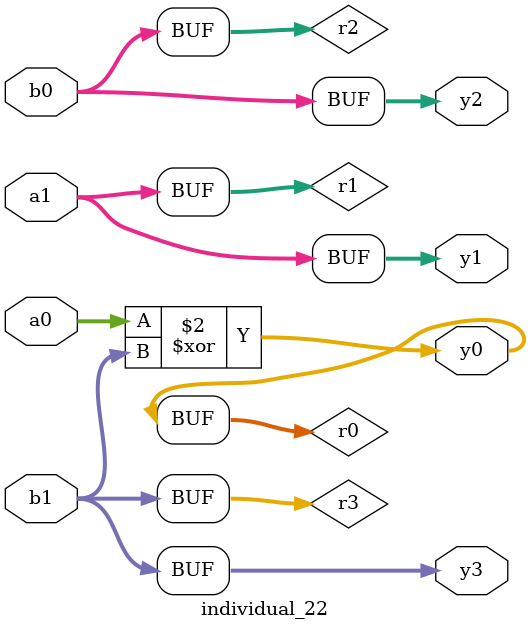
<source format=sv>
module individual_22(input logic [15:0] a1, input logic [15:0] a0, input logic [15:0] b1, input logic [15:0] b0, output logic [15:0] y3, output logic [15:0] y2, output logic [15:0] y1, output logic [15:0] y0);
logic [15:0] r0, r1, r2, r3; 
 always@(*) begin 
	 r0 = a0; r1 = a1; r2 = b0; r3 = b1; 
 	 r0  ^=  b1 ;
 	 y3 = r3; y2 = r2; y1 = r1; y0 = r0; 
end
endmodule
</source>
